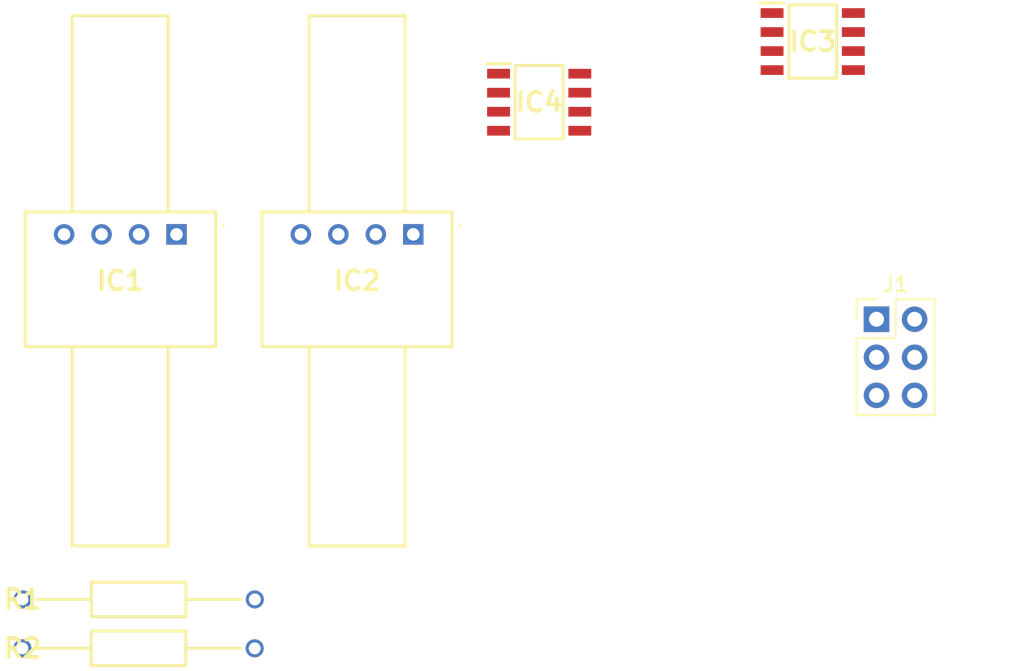
<source format=kicad_pcb>
(kicad_pcb (version 20211014) (generator pcbnew)
  (layers (0 "F.Cu" signal) (31 "B.Cu" signal) (34 "B.Paste" user) (35 "F.Paste" user) (36 "B.SilkS" user "B.Silkscreen") (37 "F.SilkS" user "F.Silkscreen") (38 "B.Mask" user) (39 "F.Mask" user) (44 "Edge.Cuts" user))
  (net 0 "")
  (net 1 "+10V")
  (net 2 "Net-(IC1-Pad2)")
  (net 3 "GND")
  (net 4 "Net-(IC1-Pad4)")
  (net 5 "Net-(IC2-Pad2)")
  (net 6 "Net-(IC2-Pad4)")
  (net 7 "Net-(IC3-Pad2)")
  (net 8 "Net-(IC3-Pad3)")
  (net 9 "+2V5")
  (net 10 "Net-(IC3-Pad7)")
  (net 11 "+5VP")
  (net 12 "Net-(IC4-Pad2)")
  (net 13 "Net-(IC4-Pad3)")
  (net 14 "Net-(IC4-Pad7)")
  (footprint "Samac_Sys:24PCDFA6D" (layer "F.Cu") (at 127.45596 92.171197)
    (fp_text reference "IC1" (at -3.75 3.1) (layer "F.SilkS") (effects (font (size 1.27 1.27) (thickness 0.254))))
    (fp_text value "24PCDFA6D" hide)
    (fp_line (start 3.15 -0.6) (end 3.15 -0.6) (layer "F.SilkS") (width 0.1))
    (fp_line (start -6.95 20.8) (end -0.55 20.8) (layer "F.SilkS") (width 0.2))
    (fp_line (start -0.55 -14.6) (end -0.55 -1.5) (layer "F.SilkS") (width 0.2))
    (fp_line (start -6.95 -14.6) (end -0.55 -14.6) (layer "F.SilkS") (width 0.2))
    (fp_line (start -6.95 7.5) (end -6.95 20.8) (layer "F.SilkS") (width 0.2))
    (fp_line (start 3.05 -0.6) (end 3.05 -0.6) (layer "F.SilkS") (width 0.1))
    (fp_line (start -0.55 20.8) (end -0.55 7.5) (layer "F.SilkS") (width 0.2))
    (fp_line (start 2.6 7.5) (end 2.6 -1.5) (layer "F.SilkS") (width 0.2))
    (fp_line (start 2.6 -1.5) (end -10.1 -1.5) (layer "F.SilkS") (width 0.2))
    (fp_line (start -6.95 -1.5) (end -6.95 -14.6) (layer "F.SilkS") (width 0.2))
    (fp_line (start -10.1 7.5) (end 2.6 7.5) (layer "F.SilkS") (width 0.2))
    (fp_line (start -10.1 -1.5) (end -10.1 7.5) (layer "F.SilkS") (width 0.2))
    (fp_arc (start 3.05 -0.6) (mid 3.1 -0.65) (end 3.15 -0.6) (layer "F.SilkS") (width 0.1))
    (fp_arc (start 3.15 -0.6) (mid 3.1 -0.55) (end 3.05 -0.6) (layer "F.SilkS") (width 0.1))
    (pad "1" thru_hole rect locked (at 0 0) (size 1.365 1.365) (drill 0.84) (layers *.Cu *.Mask) (net 1 "+10V"))
    (pad "2" thru_hole circle locked (at -2.5 0) (size 1.365 1.365) (drill 0.84) (layers *.Cu *.Mask) (net 2 "Net-(IC1-Pad2)"))
    (pad "3" thru_hole circle locked (at -5 0) (size 1.365 1.365) (drill 0.84) (layers *.Cu *.Mask) (net 3 "GND"))
    (pad "4" thru_hole circle locked (at -7.5 0) (size 1.365 1.365) (drill 0.84) (layers *.Cu *.Mask) (net 4 "Net-(IC1-Pad4)"))
  )
  (footprint "Samac_Sys:RESAD1550W60L630D230" (layer "F.Cu") (at 117.172172 119.813023)
    (fp_text reference "R2" (at 0 0) (layer "F.SilkS") (effects (font (size 1.27 1.27) (thickness 0.254))))
    (fp_text value "YR1B665RCC" hide)
    (fp_line (start 10.9 1.15) (end 4.6 1.15) (layer "F.SilkS") (width 0.2))
    (fp_line (start 4.6 1.15) (end 4.6 -1.15) (layer "F.SilkS") (width 0.2))
    (fp_line (start 10.9 0) (end 14.55 0) (layer "F.SilkS") (width 0.2))
    (fp_line (start 10.9 -1.15) (end 10.9 1.15) (layer "F.SilkS") (width 0.2))
    (fp_line (start 0.95 0) (end 4.6 0) (layer "F.SilkS") (width 0.2))
    (fp_line (start 4.6 -1.15) (end 10.9 -1.15) (layer "F.SilkS") (width 0.2))
    (pad "1" thru_hole circle locked (at 0 0) (size 1.2 1.2) (drill 0.8) (layers *.Cu *.Mask) (net 12 "Net-(IC4-Pad2)"))
    (pad "2" thru_hole circle locked (at 15.5 0) (size 1.2 1.2) (drill 0.8) (layers *.Cu *.Mask) (net 13 "Net-(IC4-Pad3)"))
  )
  (footprint "Samac_Sys:SOIC127P600X175-8N" (layer "F.Cu") (at 151.65596 83.346197)
    (fp_text reference "IC4" (at 0 0) (layer "F.SilkS") (effects (font (size 1.27 1.27) (thickness 0.254))))
    (fp_text value "INA849DR" hide)
    (fp_line (start -1.598 -2.452) (end 1.598 -2.452) (layer "F.SilkS") (width 0.2))
    (fp_line (start -1.598 2.452) (end -1.598 -2.452) (layer "F.SilkS") (width 0.2))
    (fp_line (start -3.475 -2.58) (end -1.948 -2.58) (layer "F.SilkS") (width 0.2))
    (fp_line (start 1.598 -2.452) (end 1.598 2.452) (layer "F.SilkS") (width 0.2))
    (fp_line (start 1.598 2.452) (end -1.598 2.452) (layer "F.SilkS") (width 0.2))
    (pad "1" smd rect locked (at -2.711 -1.905 90) (size 0.65 1.528) (layers "F.Cu" "F.Paste" "F.Mask") (net 6 "Net-(IC2-Pad4)"))
    (pad "2" smd rect locked (at -2.711 -0.635 90) (size 0.65 1.528) (layers "F.Cu" "F.Paste" "F.Mask") (net 12 "Net-(IC4-Pad2)"))
    (pad "3" smd rect locked (at -2.711 0.635 90) (size 0.65 1.528) (layers "F.Cu" "F.Paste" "F.Mask") (net 13 "Net-(IC4-Pad3)"))
    (pad "4" smd rect locked (at -2.711 1.905 90) (size 0.65 1.528) (layers "F.Cu" "F.Paste" "F.Mask") (net 5 "Net-(IC2-Pad2)"))
    (pad "5" smd rect locked (at 2.711 1.905 90) (size 0.65 1.528) (layers "F.Cu" "F.Paste" "F.Mask") (net 3 "GND"))
    (pad "6" smd rect locked (at 2.711 0.635 90) (size 0.65 1.528) (layers "F.Cu" "F.Paste" "F.Mask") (net 9 "+2V5"))
    (pad "7" smd rect locked (at 2.711 -0.635 90) (size 0.65 1.528) (layers "F.Cu" "F.Paste" "F.Mask") (net 14 "Net-(IC4-Pad7)"))
    (pad "8" smd rect locked (at 2.711 -1.905 90) (size 0.65 1.528) (layers "F.Cu" "F.Paste" "F.Mask") (net 11 "+5VP"))
  )
  (footprint "Samac_Sys:24PCDFA6D" (layer "F.Cu") (at 143.25596 92.171197)
    (fp_text reference "IC2" (at -3.75 3.1) (layer "F.SilkS") (effects (font (size 1.27 1.27) (thickness 0.254))))
    (fp_text value "24PCDFA6D" hide)
    (fp_line (start -6.95 20.8) (end -0.55 20.8) (layer "F.SilkS") (width 0.2))
    (fp_line (start 3.15 -0.6) (end 3.15 -0.6) (layer "F.SilkS") (width 0.1))
    (fp_line (start -6.95 7.5) (end -6.95 20.8) (layer "F.SilkS") (width 0.2))
    (fp_line (start -0.55 -14.6) (end -0.55 -1.5) (layer "F.SilkS") (width 0.2))
    (fp_line (start 3.05 -0.6) (end 3.05 -0.6) (layer "F.SilkS") (width 0.1))
    (fp_line (start -0.55 20.8) (end -0.55 7.5) (layer "F.SilkS") (width 0.2))
    (fp_line (start -10.1 7.5) (end 2.6 7.5) (layer "F.SilkS") (width 0.2))
    (fp_line (start 2.6 7.5) (end 2.6 -1.5) (layer "F.SilkS") (width 0.2))
    (fp_line (start -10.1 -1.5) (end -10.1 7.5) (layer "F.SilkS") (width 0.2))
    (fp_line (start -6.95 -14.6) (end -0.55 -14.6) (layer "F.SilkS") (width 0.2))
    (fp_line (start 2.6 -1.5) (end -10.1 -1.5) (layer "F.SilkS") (width 0.2))
    (fp_line (start -6.95 -1.5) (end -6.95 -14.6) (layer "F.SilkS") (width 0.2))
    (fp_arc (start 3.05 -0.6) (mid 3.1 -0.65) (end 3.15 -0.6) (layer "F.SilkS") (width 0.1))
    (fp_arc (start 3.15 -0.6) (mid 3.1 -0.55) (end 3.05 -0.6) (layer "F.SilkS") (width 0.1))
    (pad "1" thru_hole rect locked (at 0 0) (size 1.365 1.365) (drill 0.84) (layers *.Cu *.Mask) (net 1 "+10V"))
    (pad "2" thru_hole circle locked (at -2.5 0) (size 1.365 1.365) (drill 0.84) (layers *.Cu *.Mask) (net 5 "Net-(IC2-Pad2)"))
    (pad "3" thru_hole circle locked (at -5 0) (size 1.365 1.365) (drill 0.84) (layers *.Cu *.Mask) (net 3 "GND"))
    (pad "4" thru_hole circle locked (at -7.5 0) (size 1.365 1.365) (drill 0.84) (layers *.Cu *.Mask) (net 6 "Net-(IC2-Pad4)"))
  )
  (footprint "Samac_Sys:SOIC127P600X175-8N" (layer "F.Cu") (at 169.90596 79.296197)
    (fp_text reference "IC3" (at 0 0) (layer "F.SilkS") (effects (font (size 1.27 1.27) (thickness 0.254))))
    (fp_text value "INA849DR" hide)
    (fp_line (start -1.598 -2.452) (end 1.598 -2.452) (layer "F.SilkS") (width 0.2))
    (fp_line (start -1.598 2.452) (end -1.598 -2.452) (layer "F.SilkS") (width 0.2))
    (fp_line (start 1.598 2.452) (end -1.598 2.452) (layer "F.SilkS") (width 0.2))
    (fp_line (start 1.598 -2.452) (end 1.598 2.452) (layer "F.SilkS") (width 0.2))
    (fp_line (start -3.475 -2.58) (end -1.948 -2.58) (layer "F.SilkS") (width 0.2))
    (pad "1" smd rect locked (at -2.711 -1.905 90) (size 0.65 1.528) (layers "F.Cu" "F.Paste" "F.Mask") (net 4 "Net-(IC1-Pad4)"))
    (pad "2" smd rect locked (at -2.711 -0.635 90) (size 0.65 1.528) (layers "F.Cu" "F.Paste" "F.Mask") (net 7 "Net-(IC3-Pad2)"))
    (pad "3" smd rect locked (at -2.711 0.635 90) (size 0.65 1.528) (layers "F.Cu" "F.Paste" "F.Mask") (net 8 "Net-(IC3-Pad3)"))
    (pad "4" smd rect locked (at -2.711 1.905 90) (size 0.65 1.528) (layers "F.Cu" "F.Paste" "F.Mask") (net 2 "Net-(IC1-Pad2)"))
    (pad "5" smd rect locked (at 2.711 1.905 90) (size 0.65 1.528) (layers "F.Cu" "F.Paste" "F.Mask") (net 3 "GND"))
    (pad "6" smd rect locked (at 2.711 0.635 90) (size 0.65 1.528) (layers "F.Cu" "F.Paste" "F.Mask") (net 9 "+2V5"))
    (pad "7" smd rect locked (at 2.711 -0.635 90) (size 0.65 1.528) (layers "F.Cu" "F.Paste" "F.Mask") (net 10 "Net-(IC3-Pad7)"))
    (pad "8" smd rect locked (at 2.711 -1.905 90) (size 0.65 1.528) (layers "F.Cu" "F.Paste" "F.Mask") (net 11 "+5VP"))
  )
  (footprint "Connector_PinHeader_2.54mm:PinHeader_2x03_P2.54mm_Vertical" (layer "F.Cu") (at 174.164049 97.838884)
    (fp_text reference "J1" (at 1.27 -2.33) (layer "F.SilkS"))
    (fp_text value "Conn_02x03_Odd_Even")
    (fp_line (start 3.87 -1.33) (end 3.87 6.41) (layer "F.SilkS") (width 0.12))
    (fp_line (start -1.33 6.41) (end 3.87 6.41) (layer "F.SilkS") (width 0.12))
    (fp_line (start 1.27 1.27) (end 1.27 -1.33) (layer "F.SilkS") (width 0.12))
    (fp_line (start -1.33 1.27) (end -1.33 6.41) (layer "F.SilkS") (width 0.12))
    (fp_line (start -1.33 -1.33) (end 0 -1.33) (layer "F.SilkS") (width 0.12))
    (fp_line (start -1.33 1.27) (end 1.27 1.27) (layer "F.SilkS") (width 0.12))
    (fp_line (start -1.33 0) (end -1.33 -1.33) (layer "F.SilkS") (width 0.12))
    (fp_line (start 1.27 -1.33) (end 3.87 -1.33) (layer "F.SilkS") (width 0.12))
    (pad "1" thru_hole rect locked (at 0 0) (size 1.7 1.7) (drill 1) (layers *.Cu *.Mask) (net 11 "+5VP"))
    (pad "2" thru_hole oval locked (at 2.54 0) (size 1.7 1.7) (drill 1) (layers *.Cu *.Mask) (net 1 "+10V"))
    (pad "3" thru_hole oval locked (at 0 2.54) (size 1.7 1.7) (drill 1) (layers *.Cu *.Mask) (net 10 "Net-(IC3-Pad7)"))
    (pad "4" thru_hole oval locked (at 2.54 2.54) (size 1.7 1.7) (drill 1) (layers *.Cu *.Mask) (net 9 "+2V5"))
    (pad "5" thru_hole oval locked (at 0 5.08) (size 1.7 1.7) (drill 1) (layers *.Cu *.Mask) (net 14 "Net-(IC4-Pad7)"))
    (pad "6" thru_hole oval locked (at 2.54 5.08) (size 1.7 1.7) (drill 1) (layers *.Cu *.Mask) (net 3 "GND"))
  )
  (footprint "Samac_Sys:RESAD1550W60L630D230" (layer "F.Cu") (at 117.18096 116.546197)
    (fp_text reference "R1" (at 0 0) (layer "F.SilkS") (effects (font (size 1.27 1.27) (thickness 0.254))))
    (fp_text value "YR1B665RCC" hide)
    (fp_line (start 10.9 1.15) (end 4.6 1.15) (layer "F.SilkS") (width 0.2))
    (fp_line (start 4.6 -1.15) (end 10.9 -1.15) (layer "F.SilkS") (width 0.2))
    (fp_line (start 10.9 -1.15) (end 10.9 1.15) (layer "F.SilkS") (width 0.2))
    (fp_line (start 0.95 0) (end 4.6 0) (layer "F.SilkS") (width 0.2))
    (fp_line (start 10.9 0) (end 14.55 0) (layer "F.SilkS") (width 0.2))
    (fp_line (start 4.6 1.15) (end 4.6 -1.15) (layer "F.SilkS") (width 0.2))
    (pad "1" thru_hole circle locked (at 0 0) (size 1.2 1.2) (drill 0.8) (layers *.Cu *.Mask) (net 7 "Net-(IC3-Pad2)"))
    (pad "2" thru_hole circle locked (at 15.5 0) (size 1.2 1.2) (drill 0.8) (layers *.Cu *.Mask) (net 8 "Net-(IC3-Pad3)"))
  )
)
</source>
